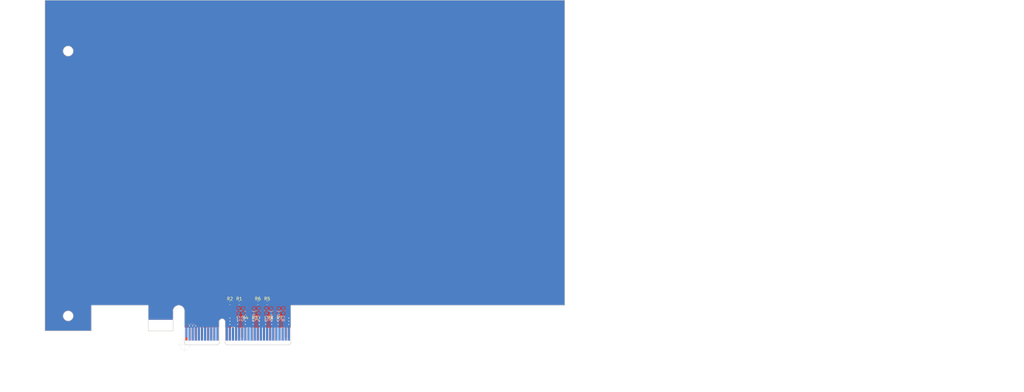
<source format=kicad_pcb>
(kicad_pcb (version 20211014) (generator pcbnew)
  (title_block (title "PCIexpress_x16_full") (company "Author: Luca Anastasio"))
  (layers (0 "F.Cu" power) (1 "In1.Cu" power) (2 "In2.Cu" power) (31 "B.Cu" power) (34 "B.Paste" user) (35 "F.Paste" user) (36 "B.SilkS" user "B.Silkscreen") (37 "F.SilkS" user "F.Silkscreen") (38 "B.Mask" user) (39 "F.Mask" user) (44 "Edge.Cuts" user))
  (net 0 "")
  (net 1 "GND")
  (net 2 "Net-(J2-PadA32)")
  (net 3 "Net-(J2-PadA19)")
  (net 4 "+12V")
  (net 5 "+3V3")
  (net 6 "+3.3VA")
  (net 7 "Net-(J2-PadB12)")
  (net 8 "Net-(J2-PadB30)")
  (net 9 "/PER0_P")
  (net 10 "/PER0_N")
  (net 11 "/PER1_P")
  (net 12 "/PER1_N")
  (net 13 "/PER2_P")
  (net 14 "/PER2_N")
  (net 15 "/PER3_P")
  (net 16 "/PER3_N")
  (net 17 "/~{PRSNT2x4}")
  (net 18 "/PET3_N")
  (net 19 "/PET3_P")
  (net 20 "/PET2_N")
  (net 21 "/PET2_P")
  (net 22 "/PET1_N")
  (net 23 "/PET1_P")
  (net 24 "/SMCLK")
  (net 25 "/SMDAT")
  (net 26 "/~{TRST}")
  (net 27 "/~{WAKE}")
  (net 28 "/PET0_P")
  (net 29 "/PET0_N")
  (net 30 "/~{PRSNT2x1}")
  (net 31 "/~{PRSNT1}")
  (net 32 "/TCK")
  (net 33 "/TDI")
  (net 34 "/TDO")
  (net 35 "/TMS")
  (net 36 "/~{PERST}")
  (net 37 "/REFCLK-")
  (net 38 "/REFCLK+")
  (net 39 "/PCIexpress_connector/_PER0_P")
  (net 40 "/PCIexpress_connector/_PER0_N")
  (net 41 "/PCIexpress_connector/_PER1_P")
  (net 42 "/PCIexpress_connector/_PER1_N")
  (net 43 "/PCIexpress_connector/_PER2_P")
  (net 44 "/PCIexpress_connector/_PER2_N")
  (net 45 "/PCIexpress_connector/_PER3_P")
  (net 46 "/PCIexpress_connector/_PER3_N")
  (footprint "Resistor_SMD:R_0603_1608Metric" (layer "F.Cu") (at 127.125 180.625)
    (fp_text reference "R1" (at 0 -1.375) (layer "F.SilkS"))
    (fp_text value "49.9")
    (fp_line (start -0.162779 0.51) (end 0.162779 0.51) (layer "F.SilkS") (width 0.12))
    (fp_line (start -0.162779 -0.51) (end 0.162779 -0.51) (layer "F.SilkS") (width 0.12))
    (pad "1" smd roundrect locked (at -0.7875 0) (size 0.875 0.95) (layers "F.Cu" "F.Paste" "F.Mask") (net 29 "/PET0_N"))
    (pad "2" smd roundrect locked (at 0.7875 0) (size 0.875 0.95) (layers "F.Cu" "F.Paste" "F.Mask") (net 1 "GND"))
  )
  (footprint "Resistor_SMD:R_0603_1608Metric" (layer "F.Cu") (at 124.125 180.625 180)
    (fp_text reference "R2" (at 0 1.375) (layer "F.SilkS"))
    (fp_text value "49.9")
    (fp_line (start -0.162779 -0.51) (end 0.162779 -0.51) (layer "F.SilkS") (width 0.12))
    (fp_line (start -0.162779 0.51) (end 0.162779 0.51) (layer "F.SilkS") (width 0.12))
    (pad "1" smd roundrect locked (at -0.7875 0 180) (size 0.875 0.95) (layers "F.Cu" "F.Paste" "F.Mask") (net 28 "/PET0_P"))
    (pad "2" smd roundrect locked (at 0.7875 0 180) (size 0.875 0.95) (layers "F.Cu" "F.Paste" "F.Mask") (net 1 "GND"))
  )
  (footprint "Resistor_SMD:R_0603_1608Metric" (layer "F.Cu") (at 136.125 180.625)
    (fp_text reference "R5" (at 0 -1.375) (layer "F.SilkS"))
    (fp_text value "49.9")
    (fp_line (start -0.162779 -0.51) (end 0.162779 -0.51) (layer "F.SilkS") (width 0.12))
    (fp_line (start -0.162779 0.51) (end 0.162779 0.51) (layer "F.SilkS") (width 0.12))
    (pad "1" smd roundrect locked (at -0.7875 0) (size 0.875 0.95) (layers "F.Cu" "F.Paste" "F.Mask") (net 20 "/PET2_N"))
    (pad "2" smd roundrect locked (at 0.7875 0) (size 0.875 0.95) (layers "F.Cu" "F.Paste" "F.Mask") (net 1 "GND"))
  )
  (footprint "Resistor_SMD:R_0603_1608Metric" (layer "F.Cu") (at 133.125 180.625 180)
    (fp_text reference "R6" (at 0 1.375) (layer "F.SilkS"))
    (fp_text value "49.9")
    (fp_line (start -0.162779 0.51) (end 0.162779 0.51) (layer "F.SilkS") (width 0.12))
    (fp_line (start -0.162779 -0.51) (end 0.162779 -0.51) (layer "F.SilkS") (width 0.12))
    (pad "1" smd roundrect locked (at -0.7875 0 180) (size 0.875 0.95) (layers "F.Cu" "F.Paste" "F.Mask") (net 21 "/PET2_P"))
    (pad "2" smd roundrect locked (at 0.7875 0 180) (size 0.875 0.95) (layers "F.Cu" "F.Paste" "F.Mask") (net 1 "GND"))
  )
  (footprint "Resistor_SMD:R_0603_1608Metric" (layer "F.Cu") (at 140.125 183.875)
    (fp_text reference "R7" (at 0 1.5) (layer "F.SilkS"))
    (fp_text value "49.9")
    (fp_line (start -0.162779 -0.51) (end 0.162779 -0.51) (layer "F.SilkS") (width 0.12))
    (fp_line (start -0.162779 0.51) (end 0.162779 0.51) (layer "F.SilkS") (width 0.12))
    (pad "1" smd roundrect locked (at -0.7875 0) (size 0.875 0.95) (layers "F.Cu" "F.Paste" "F.Mask") (net 18 "/PET3_N"))
    (pad "2" smd roundrect locked (at 0.7875 0) (size 0.875 0.95) (layers "F.Cu" "F.Paste" "F.Mask") (net 1 "GND"))
  )
  (footprint "Resistor_SMD:R_0603_1608Metric" (layer "F.Cu") (at 137.125 183.875 180)
    (fp_text reference "R8" (at 0 -1.5) (layer "F.SilkS"))
    (fp_text value "49.9")
    (fp_line (start -0.162779 0.51) (end 0.162779 0.51) (layer "F.SilkS") (width 0.12))
    (fp_line (start -0.162779 -0.51) (end 0.162779 -0.51) (layer "F.SilkS") (width 0.12))
    (pad "1" smd roundrect locked (at -0.7875 0 180) (size 0.875 0.95) (layers "F.Cu" "F.Paste" "F.Mask") (net 19 "/PET3_P"))
    (pad "2" smd roundrect locked (at 0.7875 0 180) (size 0.875 0.95) (layers "F.Cu" "F.Paste" "F.Mask") (net 1 "GND"))
  )
  (footprint "Resistor_SMD:R_0603_1608Metric" (layer "F.Cu") (at 129.125 183.875 180)
    (fp_text reference "R4" (at 0 -1.5) (layer "F.SilkS"))
    (fp_text value "49.9")
    (fp_line (start -0.162779 0.51) (end 0.162779 0.51) (layer "F.SilkS") (width 0.12))
    (fp_line (start -0.162779 -0.51) (end 0.162779 -0.51) (layer "F.SilkS") (width 0.12))
    (pad "1" smd roundrect locked (at -0.7875 0 180) (size 0.875 0.95) (layers "F.Cu" "F.Paste" "F.Mask") (net 23 "/PET1_P"))
    (pad "2" smd roundrect locked (at 0.7875 0 180) (size 0.875 0.95) (layers "F.Cu" "F.Paste" "F.Mask") (net 1 "GND"))
  )
  (footprint "Resistor_SMD:R_0603_1608Metric" (layer "F.Cu") (at 132.125 183.875)
    (fp_text reference "R3" (at 0 1.5) (layer "F.SilkS"))
    (fp_text value "49.9")
    (fp_line (start -0.162779 -0.51) (end 0.162779 -0.51) (layer "F.SilkS") (width 0.12))
    (fp_line (start -0.162779 0.51) (end 0.162779 0.51) (layer "F.SilkS") (width 0.12))
    (pad "1" smd roundrect locked (at -0.7875 0) (size 0.875 0.95) (layers "F.Cu" "F.Paste" "F.Mask") (net 22 "/PET1_N"))
    (pad "2" smd roundrect locked (at 0.7875 0) (size 0.875 0.95) (layers "F.Cu" "F.Paste" "F.Mask") (net 1 "GND"))
  )
  (footprint "PCIexpress:PCIexpress_bracket_full" (layer "F.Cu") (at 109.625 194.125)
    (fp_text reference "J1" hide)
    (fp_text value "PCIexpress_bracket")
  )
  (footprint "PCIexpress:PCIexpress_x4" (layer "F.Cu") (at 109.625 194.125)
    (fp_text reference "J2" hide)
    (fp_text value "PCIexpress_x4")
    (pad "A1" connect rect locked (at 0.5 -4) (size 0.7 3.2) (layers "B.Cu") (net 31 "/~{PRSNT1}"))
    (pad "A2" connect rect locked (at 1.5 -3.5) (size 0.7 4.2) (layers "B.Cu") (net 4 "+12V"))
    (pad "A3" connect rect locked (at 2.5 -3.5) (size 0.7 4.2) (layers "B.Cu") (net 4 "+12V"))
    (pad "A4" connect rect locked (at 3.5 -3.5) (size 0.7 4.2) (layers "B.Cu") (net 1 "GND"))
    (pad "A5" connect rect locked (at 4.5 -3.5) (size 0.7 4.2) (layers "B.Cu") (net 32 "/TCK"))
    (pad "A6" connect rect locked (at 5.5 -3.5) (size 0.7 4.2) (layers "B.Cu") (net 33 "/TDI"))
    (pad "A7" connect rect locked (at 6.5 -3.5) (size 0.7 4.2) (layers "B.Cu") (net 34 "/TDO"))
    (pad "A8" connect rect locked (at 7.5 -3.5) (size 0.7 4.2) (layers "B.Cu") (net 35 "/TMS"))
    (pad "A9" connect rect locked (at 8.5 -3.5) (size 0.7 4.2) (layers "B.Cu") (net 5 "+3V3"))
    (pad "A10" connect rect locked (at 9.5 -3.5) (size 0.7 4.2) (layers "B.Cu") (net 5 "+3V3"))
    (pad "A11" connect rect locked (at 10.5 -3.5) (size 0.7 4.2) (layers "B.Cu") (net 36 "/~{PERST}"))
    (pad "A12" connect rect locked (at 13.5 -3.5) (size 0.7 4.2) (layers "B.Cu") (net 1 "GND"))
    (pad "A13" connect rect locked (at 14.5 -3.5) (size 0.7 4.2) (layers "B.Cu") (net 38 "/REFCLK+"))
    (pad "A14" connect rect locked (at 15.5 -3.5) (size 0.7 4.2) (layers "B.Cu") (net 37 "/REFCLK-"))
    (pad "A15" connect rect locked (at 16.5 -3.5) (size 0.7 4.2) (layers "B.Cu") (net 1 "GND"))
    (pad "A16" connect rect locked (at 17.5 -3.5) (size 0.7 4.2) (layers "B.Cu") (net 39 "/PCIexpress_connector/_PER0_P"))
    (pad "A17" connect rect locked (at 18.5 -3.5) (size 0.7 4.2) (layers "B.Cu") (net 40 "/PCIexpress_connector/_PER0_N"))
    (pad "A18" connect rect locked (at 19.5 -3.5) (size 0.7 4.2) (layers "B.Cu") (net 1 "GND"))
    (pad "A19" connect rect locked (at 20.5 -3.5) (size 0.7 4.2) (layers "B.Cu") (net 3 "Net-(J2-PadA19)"))
    (pad "A20" connect rect locked (at 21.5 -3.5) (size 0.7 4.2) (layers "B.Cu") (net 1 "GND"))
    (pad "A21" connect rect locked (at 22.5 -3.5) (size 0.7 4.2) (layers "B.Cu") (net 41 "/PCIexpress_connector/_PER1_P"))
    (pad "A22" connect rect locked (at 23.5 -3.5) (size 0.7 4.2) (layers "B.Cu") (net 42 "/PCIexpress_connector/_PER1_N"))
    (pad "A23" connect rect locked (at 24.5 -3.5) (size 0.7 4.2) (layers "B.Cu") (net 1 "GND"))
    (pad "A24" connect rect locked (at 25.5 -3.5) (size 0.7 4.2) (layers "B.Cu") (net 1 "GND"))
    (pad "A25" connect rect locked (at 26.5 -3.5) (size 0.7 4.2) (layers "B.Cu") (net 43 "/PCIexpress_connector/_PER2_P"))
    (pad "A26" connect rect locked (at 27.5 -3.5) (size 0.7 4.2) (layers "B.Cu") (net 44 "/PCIexpress_connector/_PER2_N"))
    (pad "A27" connect rect locked (at 28.5 -3.5) (size 0.7 4.2) (layers "B.Cu") (net 1 "GND"))
    (pad "A28" connect rect locked (at 29.5 -3.5) (size 0.7 4.2) (layers "B.Cu") (net 1 "GND"))
    (pad "A29" connect rect locked (at 30.5 -3.5) (size 0.7 4.2) (layers "B.Cu") (net 45 "/PCIexpress_connector/_PER3_P"))
    (pad "A30" connect rect locked (at 31.5 -3.5) (size 0.7 4.2) (layers "B.Cu") (net 46 "/PCIexpress_connector/_PER3_N"))
    (pad "A31" connect rect locked (at 32.5 -3.5) (size 0.7 4.2) (layers "B.Cu") (net 1 "GND"))
    (pad "A32" connect rect locked (at 33.5 -3.5) (size 0.7 4.2) (layers "B.Cu") (net 2 "Net-(J2-PadA32)"))
    (pad "B1" connect rect locked (at 0.5 -3.5) (size 0.7 4.2) (layers "F.Cu") (net 4 "+12V"))
    (pad "B2" connect rect locked (at 1.5 -3.5) (size 0.7 4.2) (layers "F.Cu") (net 4 "+12V"))
    (pad "B3" connect rect locked (at 2.5 -3.5) (size 0.7 4.2) (layers "F.Cu") (net 4 "+12V"))
    (pad "B4" connect rect locked (at 3.5 -3.5) (size 0.7 4.2) (layers "F.Cu") (net 1 "GND"))
    (pad "B5" connect rect locked (at 4.5 -3.5) (size 0.7 4.2) (layers "F.Cu") (net 24 "/SMCLK"))
    (pad "B6" connect rect locked (at 5.5 -3.5) (size 0.7 4.2) (layers "F.Cu") (net 25 "/SMDAT"))
    (pad "B7" connect rect locked (at 6.5 -3.5) (size 0.7 4.2) (layers "F.Cu") (net 1 "GND"))
    (pad "B8" connect rect locked (at 7.5 -3.5) (size 0.7 4.2) (layers "F.Cu") (net 5 "+3V3"))
    (pad "B9" connect rect locked (at 8.5 -3.5) (size 0.7 4.2) (layers "F.Cu") (net 26 "/~{TRST}"))
    (pad "B10" connect rect locked (at 9.5 -3.5) (size 0.7 4.2) (layers "F.Cu") (net 6 "+3.3VA"))
    (pad "B11" connect rect locked (at 10.5 -3.5) (size 0.7 4.2) (layers "F.Cu") (net 27 "/~{WAKE}"))
    (pad "B12" connect rect locked (at 13.5 -3.5) (size 0.7 4.2) (layers "F.Cu") (net 7 "Net-(J2-PadB12)"))
    (pad "B13" connect rect locked (at 14.5 -3.5) (size 0.7 4.2) (layers "F.Cu") (net 1 "GND"))
    (pad "B14" connect rect locked (at 15.5 -3.5) (size 0.7 4.2) (layers "F.Cu") (net 28 "/PET0_P"))
    (pad "B15" connect rect locked (at 16.5 -3.5) (size 0.7 4.2) (layers "F.Cu") (net 29 "/PET0_N"))
    (pad "B16" connect rect locked (at 17.5 -3.5) (size 0.7 4.2) (layers "F.Cu") (net 1 "GND"))
    (pad "B17" connect rect locked (at 18.5 -4) (size 0.7 3.2) (layers "F.Cu") (net 30 "/~{PRSNT2x1}"))
    (pad "B18" connect rect locked (at 19.5 -3.5) (size 0.7 4.2) (layers "F.Cu") (net 1 "GND"))
    (pad "B19" connect rect locked (at 20.5 -3.5) (size 0.7 4.2) (layers "F.Cu") (net 23 "/PET1_P"))
    (pad "B20" connect rect locked (at 21.5 -3.5) (size 0.7 4.2) (layers "F.Cu") (net 22 "/PET1_N"))
    (pad "B21" connect rect locked (at 22.5 -3.5) (size 0.7 4.2) (layers "F.Cu") (net 1 "GND"))
    (pad "B22" connect rect locked (at 23.5 -3.5) (size 0.7 4.2) (layers "F.Cu") (net 1 "GND"))
    (pad "B23" connect rect locked (at 24.5 -3.5) (size 0.7 4.2) (layers "F.Cu") (net 21 "/PET2_P"))
    (pad "B24" connect rect locked (at 25.5 -3.5) (size 0.7 4.2) (layers "F.Cu") (net 20 "/PET2_N"))
    (pad "B25" connect rect locked (at 26.5 -3.5) (size 0.7 4.2) (layers "F.Cu") (net 1 "GND"))
    (pad "B26" connect rect locked (at 27.5 -3.5) (size 0.7 4.2) (layers "F.Cu") (net 1 "GND"))
    (pad "B27" connect rect locked (at 28.5 -3.5) (size 0.7 4.2) (layers "F.Cu") (net 19 "/PET3_P"))
    (pad "B28" connect rect locked (at 29.5 -3.5) (size 0.7 4.2) (layers "F.Cu") (net 18 "/PET3_N"))
    (pad "B29" connect rect locked (at 30.5 -3.5) (size 0.7 4.2) (layers "F.Cu") (net 1 "GND"))
    (pad "B30" connect rect locked (at 31.5 -3.5) (size 0.7 4.2) (layers "F.Cu") (net 8 "Net-(J2-PadB30)"))
    (pad "B31" connect rect locked (at 32.5 -4) (size 0.7 3.2) (layers "F.Cu") (net 17 "/~{PRSNT2x4}"))
    (pad "B32" connect rect locked (at 33.5 -3.5) (size 0.7 4.2) (layers "F.Cu") (net 1 "GND"))
  )
  (footprint "Capacitor_SMD:C_0603_1608Metric" (layer "B.Cu") (at 126.875 183.125 -90)
    (fp_text reference "C1" (at 2.5 0 90) (layer "B.SilkS") (effects (justify mirror)))
    (fp_text value "100n")
    (fp_line (start -0.162779 -0.51) (end 0.162779 -0.51) (layer "B.SilkS") (width 0.12))
    (fp_line (start -0.162779 0.51) (end 0.162779 0.51) (layer "B.SilkS") (width 0.12))
    (pad "1" smd roundrect locked (at -0.7875 0 270) (size 0.875 0.95) (layers "B.Cu" "B.Paste" "B.Mask") (net 9 "/PER0_P"))
    (pad "2" smd roundrect locked (at 0.7875 0 270) (size 0.875 0.95) (layers "B.Cu" "B.Paste" "B.Mask") (net 39 "/PCIexpress_connector/_PER0_P"))
  )
  (footprint "Capacitor_SMD:C_0603_1608Metric" (layer "B.Cu") (at 128.375 183.125 90)
    (fp_text reference "C2" (at -2.5 0 90) (layer "B.SilkS") (effects (justify mirror)))
    (fp_text value "100n")
    (fp_line (start -0.162779 -0.51) (end 0.162779 -0.51) (layer "B.SilkS") (width 0.12))
    (fp_line (start -0.162779 0.51) (end 0.162779 0.51) (layer "B.SilkS") (width 0.12))
    (pad "1" smd roundrect locked (at -0.7875 0 90) (size 0.875 0.95) (layers "B.Cu" "B.Paste" "B.Mask") (net 40 "/PCIexpress_connector/_PER0_N"))
    (pad "2" smd roundrect locked (at 0.7875 0 90) (size 0.875 0.95) (layers "B.Cu" "B.Paste" "B.Mask") (net 10 "/PER0_N"))
  )
  (footprint "Capacitor_SMD:C_0603_1608Metric" (layer "B.Cu") (at 131.875 183.125 -90)
    (fp_text reference "C3" (at 2.5 0 90) (layer "B.SilkS") (effects (justify mirror)))
    (fp_text value "100n")
    (fp_line (start -0.162779 -0.51) (end 0.162779 -0.51) (layer "B.SilkS") (width 0.12))
    (fp_line (start -0.162779 0.51) (end 0.162779 0.51) (layer "B.SilkS") (width 0.12))
    (pad "1" smd roundrect locked (at -0.7875 0 270) (size 0.875 0.95) (layers "B.Cu" "B.Paste" "B.Mask") (net 11 "/PER1_P"))
    (pad "2" smd roundrect locked (at 0.7875 0 270) (size 0.875 0.95) (layers "B.Cu" "B.Paste" "B.Mask") (net 41 "/PCIexpress_connector/_PER1_P"))
  )
  (footprint "Capacitor_SMD:C_0603_1608Metric" (layer "B.Cu") (at 133.375 183.125 90)
    (fp_text reference "C4" (at -2.5 0 90) (layer "B.SilkS") (effects (justify mirror)))
    (fp_text value "100n")
    (fp_line (start -0.162779 -0.51) (end 0.162779 -0.51) (layer "B.SilkS") (width 0.12))
    (fp_line (start -0.162779 0.51) (end 0.162779 0.51) (layer "B.SilkS") (width 0.12))
    (pad "1" smd roundrect locked (at -0.7875 0 90) (size 0.875 0.95) (layers "B.Cu" "B.Paste" "B.Mask") (net 42 "/PCIexpress_connector/_PER1_N"))
    (pad "2" smd roundrect locked (at 0.7875 0 90) (size 0.875 0.95) (layers "B.Cu" "B.Paste" "B.Mask") (net 12 "/PER1_N"))
  )
  (footprint "Capacitor_SMD:C_0603_1608Metric" (layer "B.Cu") (at 135.875 183.125 -90)
    (fp_text reference "C5" (at 2.5 0 90) (layer "B.SilkS") (effects (justify mirror)))
    (fp_text value "100n")
    (fp_line (start -0.162779 0.51) (end 0.162779 0.51) (layer "B.SilkS") (width 0.12))
    (fp_line (start -0.162779 -0.51) (end 0.162779 -0.51) (layer "B.SilkS") (width 0.12))
    (pad "1" smd roundrect locked (at -0.7875 0 270) (size 0.875 0.95) (layers "B.Cu" "B.Paste" "B.Mask") (net 13 "/PER2_P"))
    (pad "2" smd roundrect locked (at 0.7875 0 270) (size 0.875 0.95) (layers "B.Cu" "B.Paste" "B.Mask") (net 43 "/PCIexpress_connector/_PER2_P"))
  )
  (footprint "Capacitor_SMD:C_0603_1608Metric" (layer "B.Cu") (at 137.375 183.125 90)
    (fp_text reference "C6" (at -2.5 0 90) (layer "B.SilkS") (effects (justify mirror)))
    (fp_text value "100n")
    (fp_line (start -0.162779 -0.51) (end 0.162779 -0.51) (layer "B.SilkS") (width 0.12))
    (fp_line (start -0.162779 0.51) (end 0.162779 0.51) (layer "B.SilkS") (width 0.12))
    (pad "1" smd roundrect locked (at -0.7875 0 90) (size 0.875 0.95) (layers "B.Cu" "B.Paste" "B.Mask") (net 44 "/PCIexpress_connector/_PER2_N"))
    (pad "2" smd roundrect locked (at 0.7875 0 90) (size 0.875 0.95) (layers "B.Cu" "B.Paste" "B.Mask") (net 14 "/PER2_N"))
  )
  (footprint "Capacitor_SMD:C_0603_1608Metric" (layer "B.Cu") (at 139.875 183.125 -90)
    (fp_text reference "C7" (at 2.5 0 90) (layer "B.SilkS") (effects (justify mirror)))
    (fp_text value "100n")
    (fp_line (start -0.162779 0.51) (end 0.162779 0.51) (layer "B.SilkS") (width 0.12))
    (fp_line (start -0.162779 -0.51) (end 0.162779 -0.51) (layer "B.SilkS") (width 0.12))
    (pad "1" smd roundrect locked (at -0.7875 0 270) (size 0.875 0.95) (layers "B.Cu" "B.Paste" "B.Mask") (net 15 "/PER3_P"))
    (pad "2" smd roundrect locked (at 0.7875 0 270) (size 0.875 0.95) (layers "B.Cu" "B.Paste" "B.Mask") (net 45 "/PCIexpress_connector/_PER3_P"))
  )
  (footprint "Capacitor_SMD:C_0603_1608Metric" (layer "B.Cu") (at 141.375 183.125 90)
    (fp_text reference "C8" (at -2.5 0 90) (layer "B.SilkS") (effects (justify mirror)))
    (fp_text value "100n")
    (fp_line (start -0.162779 -0.51) (end 0.162779 -0.51) (layer "B.SilkS") (width 0.12))
    (fp_line (start -0.162779 0.51) (end 0.162779 0.51) (layer "B.SilkS") (width 0.12))
    (pad "1" smd roundrect locked (at -0.7875 0 90) (size 0.875 0.95) (layers "B.Cu" "B.Paste" "B.Mask") (net 46 "/PCIexpress_connector/_PER3_N"))
    (pad "2" smd roundrect locked (at 0.7875 0 90) (size 0.875 0.95) (layers "B.Cu" "B.Paste" "B.Mask") (net 16 "/PER3_N"))
  )
  (gr_line (start 79.475 181.375) (end 97.825 181.375) (layer "Edge.Cuts") (width 0.15))
  (gr_line (start 143.275 194.125) (end 123.075 194.125) (layer "Edge.Cuts") (width 0.15))
  (gr_line (start 109.475 193.625) (end 109.975 194.125) (layer "Edge.Cuts") (width 0.15))
  (gr_line (start 109.475 183.2) (end 109.475 193.625) (layer "Edge.Cuts") (width 0.15))
  (gr_line (start 109.975 194.125) (end 120.175 194.125) (layer "Edge.Cuts") (width 0.15))
  (gr_line (start 64.475 82.975) (end 232.125 82.975) (layer "Edge.Cuts") (width 0.15))
  (gr_line (start 97.825 189.625) (end 105.825 189.625) (layer "Edge.Cuts") (width 0.15))
  (gr_line (start 120.675 193.625) (end 120.675 186.675) (layer "Edge.Cuts") (width 0.15))
  (gr_line (start 122.575 193.625) (end 123.075 194.125) (layer "Edge.Cuts") (width 0.15))
  (gr_line (start 97.825 181.375) (end 97.825 189.625) (layer "Edge.Cuts") (width 0.15))
  (gr_line (start 79.475 189.625) (end 79.475 181.375) (layer "Edge.Cuts") (width 0.15))
  (gr_line (start 120.175 194.125) (end 120.675 193.625) (layer "Edge.Cuts") (width 0.15))
  (gr_circle (center 71.975 99.375) (end 73.575 99.375) (layer "Edge.Cuts") (width 0.15) (fill none))
  (gr_arc (start 120.675 186.675) (mid 121.625 185.725) (end 122.575 186.675) (layer "Edge.Cuts") (width 0.15))
  (gr_line (start 122.575 186.675) (end 122.575 193.625) (layer "Edge.Cuts") (width 0.15))
  (gr_line (start 64.475 189.625) (end 79.475 189.625) (layer "Edge.Cuts") (width 0.15))
  (gr_line (start 232.1277 181.375) (end 143.775 181.375) (layer "Edge.Cuts") (width 0.15))
  (gr_line (start 64.475 82.975) (end 64.475 189.625) (layer "Edge.Cuts") (width 0.15))
  (gr_line (start 143.775 193.625) (end 143.275 194.125) (layer "Edge.Cuts") (width 0.15))
  (gr_arc (start 105.825 183.2) (mid 107.65 181.375) (end 109.475 183.2) (layer "Edge.Cuts") (width 0.15))
  (gr_line (start 105.825 189.625) (end 105.825 183.2) (layer "Edge.Cuts") (width 0.15))
  (gr_line (start 232.125 82.975) (end 232.1277 181.375) (layer "Edge.Cuts") (width 0.15))
  (gr_circle (center 71.975 184.775) (end 73.575 184.775) (layer "Edge.Cuts") (width 0.15) (fill none))
  (gr_line (start 143.775 181.375) (end 143.775 193.625) (layer "Edge.Cuts") (width 0.15))
  (target plus (at 109.625 194.125) (size 5) (width 0.05) (layer "Edge.Cuts"))
  (segment (start 113.125 188.125) (end 113.125 188.125) (width 0.7) (layer "F.Cu") (net 1))
  (segment (start 113.125 190.625) (end 113.125 188) (width 0.7) (layer "F.Cu") (net 1))
  (via (at 124.125 185.5) (size 0.55) (drill 0.3) (layers "F.Cu" "B.Cu") (net 1))
  (via (at 143.125 185.5) (size 0.55) (drill 0.3) (layers "F.Cu" "B.Cu") (net 1))
  (via (at 135.625 185.5) (size 0.55) (drill 0.3) (layers "F.Cu" "B.Cu") (net 1))
  (via (at 139.625 185.5) (size 0.55) (drill 0.3) (layers "F.Cu" "B.Cu") (net 1))
  (via (at 133.625 185.5) (size 0.55) (drill 0.3) (layers "F.Cu" "B.Cu") (net 1))
  (via (at 129.125 185.5) (size 0.55) (drill 0.3) (layers "F.Cu" "B.Cu") (net 1))
  (via (at 126.625 185.5) (size 0.55) (drill 0.3) (layers "F.Cu" "B.Cu") (net 1))
  (via (at 131.625 185.5) (size 0.55) (drill 0.3) (layers "F.Cu" "B.Cu") (net 1))
  (via (at 137.625 185.5) (size 0.55) (drill 0.3) (layers "F.Cu" "B.Cu") (net 1))
  (via (at 126.625 187.5) (size 0.55) (drill 0.3) (layers "F.Cu" "B.Cu") (net 1))
  (via (at 137.625 187.5) (size 0.55) (drill 0.3) (layers "F.Cu" "B.Cu") (net 1))
  (via (at 133.625 187.5) (size 0.55) (drill 0.3) (layers "F.Cu" "B.Cu") (net 1))
  (via (at 135.625 187.5) (size 0.55) (drill 0.3) (layers "F.Cu" "B.Cu") (net 1))
  (via (at 129.125 186.5) (size 0.55) (drill 0.3) (layers "F.Cu" "B.Cu") (net 1))
  (via (at 131.625 186.5) (size 0.55) (drill 0.3) (layers "F.Cu" "B.Cu") (net 1))
  (via (at 124.125 187.5) (size 0.55) (drill 0.3) (layers "F.Cu" "B.Cu") (net 1))
  (via (at 139.625 187.5) (size 0.55) (drill 0.3) (layers "F.Cu" "B.Cu") (net 1))
  (via (at 131.625 187.5) (size 0.55) (drill 0.3) (layers "F.Cu" "B.Cu") (net 1))
  (via (at 137.625 186.5) (size 0.55) (drill 0.3) (layers "F.Cu" "B.Cu") (net 1))
  (via (at 129.125 187.5) (size 0.55) (drill 0.3) (layers "F.Cu" "B.Cu") (net 1))
  (via (at 139.625 186.5) (size 0.55) (drill 0.3) (layers "F.Cu" "B.Cu") (net 1))
  (via (at 135.625 186.5) (size 0.55) (drill 0.3) (layers "F.Cu" "B.Cu") (net 1))
  (via (at 126.625 186.5) (size 0.55) (drill 0.3) (layers "F.Cu" "B.Cu") (net 1))
  (via (at 133.625 186.5) (size 0.55) (drill 0.3) (layers "F.Cu" "B.Cu") (net 1))
  (via (at 113.125 188) (size 0.55) (drill 0.3) (layers "F.Cu" "B.Cu") (net 1))
  (via (at 143.125 186.5) (size 0.55) (drill 0.3) (layers "F.Cu" "B.Cu") (net 1))
  (via (at 143.125 187.5) (size 0.55) (drill 0.3) (layers "F.Cu" "B.Cu") (net 1))
  (via (at 124.125 186.5) (size 0.55) (drill 0.3) (layers "F.Cu" "B.Cu") (net 1))
  (segment (start 111.125 190.625) (end 111.125 188) (width 0.0889) (layer "F.Cu") (net 4))
  (via (at 112.125 188) (size 0.55) (drill 0.3) (layers "F.Cu" "B.Cu") (net 4))
  (via (at 111.125 188) (size 0.55) (drill 0.3) (layers "F.Cu" "B.Cu") (net 4))
  (segment (start 139.3375 184.5375) (end 139.3375 183.875) (width 0.2) (layer "F.Cu") (net 18))
  (segment (start 139.125 188.375) (end 138.825 188.075) (width 0.2) (layer "F.Cu") (net 18))
  (segment (start 138.825 188.075) (end 138.825 185.05) (width 0.2) (layer "F.Cu") (net 18))
  (segment (start 139.125 190.625) (end 139.125 188.375) (width 0.2) (layer "F.Cu") (net 18))
  (segment (start 138.825 185.05) (end 139.3375 184.5375) (width 0.2) (layer "F.Cu") (net 18))
  (segment (start 138.425 185.05) (end 137.9125 184.5375) (width 0.2) (layer "F.Cu") (net 19))
  (segment (start 138.125 188.375) (end 138.425 188.075) (width 0.2) (layer "F.Cu") (net 19))
  (segment (start 138.125 190.625) (end 138.125 188.375) (width 0.2) (layer "F.Cu") (net 19))
  (segment (start 137.9125 184.5375) (end 137.9125 183.875) (width 0.2) (layer "F.Cu") (net 19))
  (segment (start 138.425 188.075) (end 138.425 185.05) (width 0.2) (layer "F.Cu") (net 19))
  (segment (start 135.3375 181.2875) (end 134.825 181.8) (width 0.2) (layer "F.Cu") (net 20))
  (segment (start 135.125 188.375) (end 135.125 190.625) (width 0.2) (layer "F.Cu") (net 20))
  (segment (start 135.3375 180.625) (end 135.3375 181.2875) (width 0.2) (layer "F.Cu") (net 20))
  (segment (start 134.825 181.8) (end 134.825 188.075) (width 0.2) (layer "F.Cu") (net 20))
  (segment (start 134.825 188.075) (end 135.125 188.375) (width 0.2) (layer "F.Cu") (net 20))
  (segment (start 134.425 188.075) (end 134.125 188.375) (width 0.2) (layer "F.Cu") (net 21))
  (segment (start 134.425 181.78125) (end 134.425 188.075) (width 0.2) (layer "F.Cu") (net 21))
  (segment (start 133.9125 181.26875) (end 134.425 181.78125) (width 0.2) (layer "F.Cu") (net 21))
  (segment (start 133.9125 180.625) (end 133.9125 181.26875) (width 0.2) (layer "F.Cu") (net 21))
  (segment (start 134.125 188.375) (end 134.125 190.625) (width 0.2) (layer "F.Cu") (net 21))
  (segment (start 131.3375 184.5375) (end 131.3375 183.875) (width 0.2) (layer "F.Cu") (net 22))
  (segment (start 131.125 190.625) (end 131.125 188.375) (width 0.2) (layer "F.Cu") (net 22))
  (segment (start 131.125 188.375) (end 130.825 188.075) (width 0.2) (layer "F.Cu") (net 22))
  (segment (start 130.825 185.05) (end 131.3375 184.5375) (width 0.2) (layer "F.Cu") (net 22))
  (segment (start 130.825 188.075) (end 130.825 185.05) (width 0.2) (layer "F.Cu") (net 22))
  (segment (start 130.125 190.625) (end 130.125 188.375) (width 0.2) (layer "F.Cu") (net 23))
  (segment (start 130.425 188.075) (end 130.425 185.05) (width 0.2) (layer "F.Cu") (net 23))
  (segment (start 130.125 188.375) (end 130.425 188.075) (width 0.2) (layer "F.Cu") (net 23))
  (segment (start 129.9125 184.5375) (end 129.9125 183.875) (width 0.2) (layer "F.Cu") (net 23))
  (segment (start 130.425 185.05) (end 129.9125 184.5375) (width 0.2) (layer "F.Cu") (net 23))
  (segment (start 125.125 190.625) (end 125.125 188.375) (width 0.2) (layer "F.Cu") (net 28))
  (segment (start 124.9125 181.26875) (end 124.9125 180.625) (width 0.2) (layer "F.Cu") (net 28))
  (segment (start 125.125 188.375) (end 125.425 188.075) (width 0.2) (layer "F.Cu") (net 28))
  (segment (start 125.425 181.78125) (end 124.9125 181.26875) (width 0.2) (layer "F.Cu") (net 28))
  (segment (start 125.425 188.075) (end 125.425 181.78125) (width 0.2) (layer "F.Cu") (net 28))
  (segment (start 126.125 188.375) (end 125.825 188.075) (width 0.2) (layer "F.Cu") (net 29))
  (segment (start 125.825 188.075) (end 125.825 181.8) (width 0.2) (layer "F.Cu") (net 29))
  (segment (start 125.825 181.8) (end 126.3375 181.2875) (width 0.2) (layer "F.Cu") (net 29))
  (segment (start 126.125 190.625) (end 126.125 188.375) (width 0.2) (layer "F.Cu") (net 29))
  (segment (start 126.3375 181.2875) (end 126.3375 180.625) (width 0.2) (layer "F.Cu") (net 29))
  (segment (start 126.875 183.9125) (end 126.875 184.5) (width 0.2) (layer "B.Cu") (net 39))
  (segment (start 127.125 188.375) (end 127.125 190.625) (width 0.2) (layer "B.Cu") (net 39))
  (segment (start 126.875 184.5) (end 127.425 185.05) (width 0.2) (layer "B.Cu") (net 39))
  (segment (start 127.425 185.05) (end 127.425 188.075) (width 0.2) (layer "B.Cu") (net 39))
  (segment (start 127.425 188.075) (end 127.125 188.375) (width 0.2) (layer "B.Cu") (net 39))
  (segment (start 128.375 184.5) (end 127.825 185.05) (width 0.2) (layer "B.Cu") (net 40))
  (segment (start 128.125 188.375) (end 128.125 190.625) (width 0.2) (layer "B.Cu") (net 40))
  (segment (start 127.825 185.05) (end 127.825 188.075) (width 0.2) (layer "B.Cu") (net 40))
  (segment (start 127.825 188.075) (end 128.125 188.375) (width 0.2) (layer "B.Cu") (net 40))
  (segment (start 128.375 183.9125) (end 128.375 184.5) (width 0.2) (layer "B.Cu") (net 40))
  (segment (start 132.425 188.075) (end 132.125 188.375) (width 0.2) (layer "B.Cu") (net 41))
  (segment (start 132.425 185.05) (end 132.425 188.075) (width 0.2) (layer "B.Cu") (net 41))
  (segment (start 131.875 184.5) (end 132.425 185.05) (width 0.2) (layer "B.Cu") (net 41))
  (segment (start 132.125 188.375) (end 132.125 190.625) (width 0.2) (layer "B.Cu") (net 41))
  (segment (start 131.875 183.9125) (end 131.875 184.5) (width 0.2) (layer "B.Cu") (net 41))
  (segment (start 133.125 188.375) (end 133.125 190.625) (width 0.2) (layer "B.Cu") (net 42))
  (segment (start 132.825 185.05) (end 132.825 188.075) (width 0.2) (layer "B.Cu") (net 42))
  (segment (start 133.375 184.5) (end 132.825 185.05) (width 0.2) (layer "B.Cu") (net 42))
  (segment (start 133.375 183.9125) (end 133.375 184.5) (width 0.2) (layer "B.Cu") (net 42))
  (segment (start 132.825 188.075) (end 133.125 188.375) (width 0.2) (layer "B.Cu") (net 42))
  (segment (start 136.425 188.075) (end 136.125 188.375) (width 0.2) (layer "B.Cu") (net 43))
  (segment (start 136.425 185.05) (end 136.425 188.075) (width 0.2) (layer "B.Cu") (net 43))
  (segment (start 135.875 184.5) (end 136.425 185.05) (width 0.2) (layer "B.Cu") (net 43))
  (segment (start 136.125 188.375) (end 136.125 190.625) (width 0.2) (layer "B.Cu") (net 43))
  (segment (start 135.875 183.9125) (end 135.875 184.5) (width 0.2) (layer "B.Cu") (net 43))
  (segment (start 137.125 188.375) (end 137.125 190.625) (width 0.2) (layer "B.Cu") (net 44))
  (segment (start 136.825 185.05) (end 136.825 188.075) (width 0.2) (layer "B.Cu") (net 44))
  (segment (start 137.375 184.5) (end 136.825 185.05) (width 0.2) (layer "B.Cu") (net 44))
  (segment (start 137.375 183.9125) (end 137.375 184.5) (width 0.2) (layer "B.Cu") (net 44))
  (segment (start 136.825 188.075) (end 137.125 188.375) (width 0.2) (layer "B.Cu") (net 44))
  (segment (start 139.875 183.9125) (end 139.875 184.5) (width 0.2) (layer "B.Cu") (net 45))
  (segment (start 140.425 188.075) (end 140.125 188.375) (width 0.2) (layer "B.Cu") (net 45))
  (segment (start 139.875 184.5) (end 140.425 185.05) (width 0.2) (layer "B.Cu") (net 45))
  (segment (start 140.125 188.375) (end 140.125 190.625) (width 0.2) (layer "B.Cu") (net 45))
  (segment (start 140.425 185.05) (end 140.425 188.075) (width 0.2) (layer "B.Cu") (net 45))
  (segment (start 141.375 184.5) (end 140.825 185.05) (width 0.2) (layer "B.Cu") (net 46))
  (segment (start 140.825 185.05) (end 140.825 188.075) (width 0.2) (layer "B.Cu") (net 46))
  (segment (start 140.825 188.075) (end 141.125 188.375) (width 0.2) (layer "B.Cu") (net 46))
  (segment (start 141.375 183.9125) (end 141.375 184.5) (width 0.2) (layer "B.Cu") (net 46))
  (segment (start 141.125 188.375) (end 141.125 190.625) (width 0.2) (layer "B.Cu") (net 46))
  (zone (net 4) (net_name "+12V") (layer "F.Cu") (priority 2) (connect_pads thru_hole_only (clearance 0)) (min_thickness 0.25) (fill yes (thermal_gap 0.508) (thermal_bridge_width 0.508))
    (polygon (pts (xy 112.625 188.526) (xy 109.375 188.526) (xy 109.375 187.5) (xy 112.625 187.5)))
  )
  (zone (net 1) (net_name "GND") (layer "F.Cu") (connect_pads thru_hole_only (clearance 0)) (min_thickness 0.25) (fill yes (thermal_gap 0.508) (thermal_bridge_width 0.508))
    (polygon (pts (xy 64.5 83) (xy 232.125 83) (xy 232.125 181.375) (xy 143.875 181.375) (xy 143.875 188.525) (xy 109.375 188.525) (xy 109.375 183.25) (xy 105.875 183.25) (xy 105.875 186) (xy 97.75 186) (xy 97.75 181.375) (xy 79.5 181.375) (xy 79.5 189.625) (xy 64.5 189.625)))
  )
  (zone (net 0) (net_name "") (layers "F.Cu" "In1.Cu" "In2.Cu" "B.Cu") (connect_pads (clearance 0)) (min_thickness 0.254)
    (keepout (tracks not_allowed) (vias not_allowed) (pads allowed) (copperpour not_allowed) (footprints allowed))
    (fill (thermal_gap 0.508) (thermal_bridge_width 0.508))
    (polygon (pts (xy 97.825 186.125) (xy 105.825 186.125) (xy 105.825 189.625) (xy 97.825 189.625)))
  )
  (zone (net 4) (net_name "+12V") (layer "B.Cu") (priority 2) (connect_pads thru_hole_only (clearance 0)) (min_thickness 0.25) (fill yes (thermal_gap 0.508) (thermal_bridge_width 0.508))
    (polygon (pts (xy 112.625 188.526) (xy 110.625 188.526) (xy 110.625 187.5) (xy 112.625 187.5)))
  )
  (zone (net 1) (net_name "GND") (layer "B.Cu") (connect_pads thru_hole_only (clearance 0)) (min_thickness 0.25) (fill yes (thermal_gap 0.508) (thermal_bridge_width 0.508))
    (polygon (pts (xy 64.5 83) (xy 232.125 83) (xy 232.125 181.375) (xy 143.875 181.375) (xy 143.875 188.525) (xy 109.375 188.525) (xy 109.375 183.25) (xy 105.875 183.25) (xy 105.875 186) (xy 97.75 186) (xy 97.75 181.375) (xy 79.5 181.375) (xy 79.5 189.625) (xy 64.5 189.625)))
  )
)
</source>
